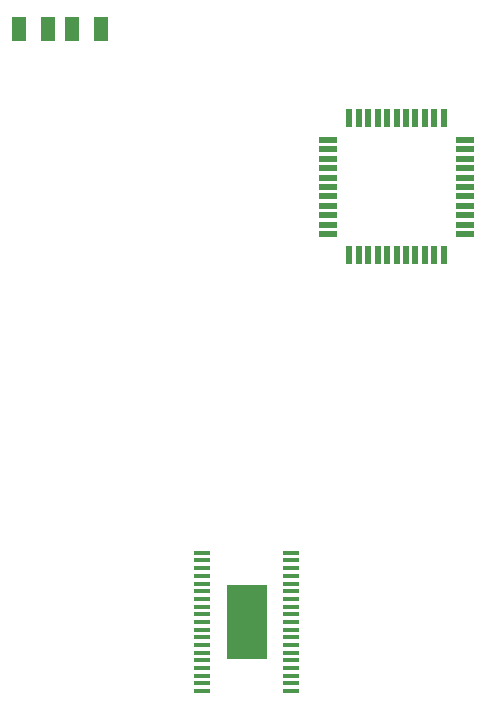
<source format=gtp>
G75*
%MOIN*%
%OFA0B0*%
%FSLAX25Y25*%
%IPPOS*%
%LPD*%
%AMOC8*
5,1,8,0,0,1.08239X$1,22.5*
%
%ADD10R,0.05906X0.01969*%
%ADD11R,0.01969X0.05906*%
%ADD12R,0.13300X0.25000*%
%ADD13R,0.05800X0.01400*%
%ADD14R,0.04724X0.07874*%
D10*
X0138965Y0221052D03*
X0138965Y0224202D03*
X0138965Y0227351D03*
X0138965Y0230501D03*
X0138965Y0233650D03*
X0138965Y0236800D03*
X0138965Y0239950D03*
X0138965Y0243099D03*
X0138965Y0246249D03*
X0138965Y0249398D03*
X0138965Y0252548D03*
X0184635Y0252548D03*
X0184635Y0249398D03*
X0184635Y0246249D03*
X0184635Y0243099D03*
X0184635Y0239950D03*
X0184635Y0236800D03*
X0184635Y0233650D03*
X0184635Y0230501D03*
X0184635Y0227351D03*
X0184635Y0224202D03*
X0184635Y0221052D03*
D11*
X0177548Y0213965D03*
X0174398Y0213965D03*
X0171249Y0213965D03*
X0168099Y0213965D03*
X0164950Y0213965D03*
X0161800Y0213965D03*
X0158650Y0213965D03*
X0155501Y0213965D03*
X0152351Y0213965D03*
X0149202Y0213965D03*
X0146052Y0213965D03*
X0146052Y0259635D03*
X0149202Y0259635D03*
X0152351Y0259635D03*
X0155501Y0259635D03*
X0158650Y0259635D03*
X0161800Y0259635D03*
X0164950Y0259635D03*
X0168099Y0259635D03*
X0171249Y0259635D03*
X0174398Y0259635D03*
X0177548Y0259635D03*
D12*
X0111800Y0091800D03*
D13*
X0096900Y0068800D03*
X0096900Y0071300D03*
X0096900Y0073900D03*
X0096900Y0076400D03*
X0096900Y0079000D03*
X0096900Y0081600D03*
X0096900Y0084100D03*
X0096900Y0086700D03*
X0096900Y0089200D03*
X0096900Y0091800D03*
X0096900Y0094400D03*
X0096900Y0096900D03*
X0096900Y0099500D03*
X0096900Y0102000D03*
X0096900Y0104600D03*
X0096900Y0107200D03*
X0096900Y0109700D03*
X0096900Y0112300D03*
X0096900Y0114800D03*
X0126700Y0114800D03*
X0126700Y0112300D03*
X0126700Y0109700D03*
X0126700Y0107200D03*
X0126700Y0104600D03*
X0126700Y0102000D03*
X0126700Y0099500D03*
X0126700Y0096900D03*
X0126700Y0094400D03*
X0126700Y0091800D03*
X0126700Y0089200D03*
X0126700Y0086700D03*
X0126700Y0084100D03*
X0126700Y0081600D03*
X0126700Y0079000D03*
X0126700Y0076400D03*
X0126700Y0073900D03*
X0126700Y0071300D03*
X0126700Y0068800D03*
D14*
X0063380Y0289564D03*
X0053537Y0289564D03*
X0045663Y0289564D03*
X0035820Y0289564D03*
M02*

</source>
